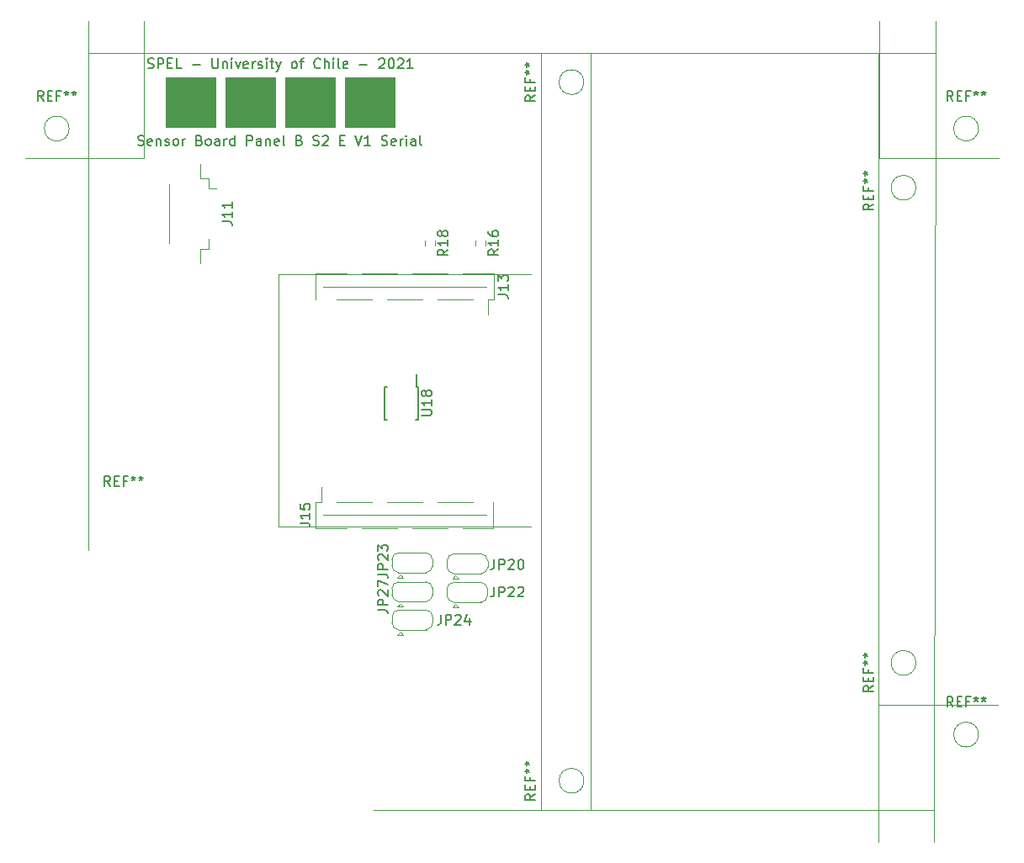
<source format=gbr>
G04 #@! TF.GenerationSoftware,KiCad,Pcbnew,(5.1.2)-2*
G04 #@! TF.CreationDate,2021-09-09T10:29:02-03:00*
G04 #@! TF.ProjectId,MAG_Plus,4d41475f-506c-4757-932e-6b696361645f,rev?*
G04 #@! TF.SameCoordinates,Original*
G04 #@! TF.FileFunction,Legend,Top*
G04 #@! TF.FilePolarity,Positive*
%FSLAX46Y46*%
G04 Gerber Fmt 4.6, Leading zero omitted, Abs format (unit mm)*
G04 Created by KiCad (PCBNEW (5.1.2)-2) date 2021-09-09 10:29:02*
%MOMM*%
%LPD*%
G04 APERTURE LIST*
%ADD10C,0.100000*%
%ADD11C,0.150000*%
%ADD12C,0.120000*%
G04 APERTURE END LIST*
D10*
G36*
X483750000Y-47310000D02*
G01*
X478750000Y-47310000D01*
X478750000Y-42310000D01*
X483750000Y-42310000D01*
X483750000Y-47310000D01*
G37*
X483750000Y-47310000D02*
X478750000Y-47310000D01*
X478750000Y-42310000D01*
X483750000Y-42310000D01*
X483750000Y-47310000D01*
G36*
X489750000Y-47310000D02*
G01*
X484750000Y-47310000D01*
X484750000Y-42310000D01*
X489750000Y-42310000D01*
X489750000Y-47310000D01*
G37*
X489750000Y-47310000D02*
X484750000Y-47310000D01*
X484750000Y-42310000D01*
X489750000Y-42310000D01*
X489750000Y-47310000D01*
G36*
X477750000Y-47310000D02*
G01*
X472750000Y-47310000D01*
X472750000Y-42310000D01*
X477750000Y-42310000D01*
X477750000Y-47310000D01*
G37*
X477750000Y-47310000D02*
X472750000Y-47310000D01*
X472750000Y-42310000D01*
X477750000Y-42310000D01*
X477750000Y-47310000D01*
G36*
X495750000Y-47310000D02*
G01*
X490750000Y-47310000D01*
X490750000Y-42310000D01*
X495750000Y-42310000D01*
X495750000Y-47310000D01*
G37*
X495750000Y-47310000D02*
X490750000Y-47310000D01*
X490750000Y-42310000D01*
X495750000Y-42310000D01*
X495750000Y-47310000D01*
D11*
X470966666Y-41364761D02*
X471109523Y-41412380D01*
X471347619Y-41412380D01*
X471442857Y-41364761D01*
X471490476Y-41317142D01*
X471538095Y-41221904D01*
X471538095Y-41126666D01*
X471490476Y-41031428D01*
X471442857Y-40983809D01*
X471347619Y-40936190D01*
X471157142Y-40888571D01*
X471061904Y-40840952D01*
X471014285Y-40793333D01*
X470966666Y-40698095D01*
X470966666Y-40602857D01*
X471014285Y-40507619D01*
X471061904Y-40460000D01*
X471157142Y-40412380D01*
X471395238Y-40412380D01*
X471538095Y-40460000D01*
X471966666Y-41412380D02*
X471966666Y-40412380D01*
X472347619Y-40412380D01*
X472442857Y-40460000D01*
X472490476Y-40507619D01*
X472538095Y-40602857D01*
X472538095Y-40745714D01*
X472490476Y-40840952D01*
X472442857Y-40888571D01*
X472347619Y-40936190D01*
X471966666Y-40936190D01*
X472966666Y-40888571D02*
X473300000Y-40888571D01*
X473442857Y-41412380D02*
X472966666Y-41412380D01*
X472966666Y-40412380D01*
X473442857Y-40412380D01*
X474347619Y-41412380D02*
X473871428Y-41412380D01*
X473871428Y-40412380D01*
X475442857Y-41031428D02*
X476204761Y-41031428D01*
X477442857Y-40412380D02*
X477442857Y-41221904D01*
X477490476Y-41317142D01*
X477538095Y-41364761D01*
X477633333Y-41412380D01*
X477823809Y-41412380D01*
X477919047Y-41364761D01*
X477966666Y-41317142D01*
X478014285Y-41221904D01*
X478014285Y-40412380D01*
X478490476Y-40745714D02*
X478490476Y-41412380D01*
X478490476Y-40840952D02*
X478538095Y-40793333D01*
X478633333Y-40745714D01*
X478776190Y-40745714D01*
X478871428Y-40793333D01*
X478919047Y-40888571D01*
X478919047Y-41412380D01*
X479395238Y-41412380D02*
X479395238Y-40745714D01*
X479395238Y-40412380D02*
X479347619Y-40460000D01*
X479395238Y-40507619D01*
X479442857Y-40460000D01*
X479395238Y-40412380D01*
X479395238Y-40507619D01*
X479776190Y-40745714D02*
X480014285Y-41412380D01*
X480252380Y-40745714D01*
X481014285Y-41364761D02*
X480919047Y-41412380D01*
X480728571Y-41412380D01*
X480633333Y-41364761D01*
X480585714Y-41269523D01*
X480585714Y-40888571D01*
X480633333Y-40793333D01*
X480728571Y-40745714D01*
X480919047Y-40745714D01*
X481014285Y-40793333D01*
X481061904Y-40888571D01*
X481061904Y-40983809D01*
X480585714Y-41079047D01*
X481490476Y-41412380D02*
X481490476Y-40745714D01*
X481490476Y-40936190D02*
X481538095Y-40840952D01*
X481585714Y-40793333D01*
X481680952Y-40745714D01*
X481776190Y-40745714D01*
X482061904Y-41364761D02*
X482157142Y-41412380D01*
X482347619Y-41412380D01*
X482442857Y-41364761D01*
X482490476Y-41269523D01*
X482490476Y-41221904D01*
X482442857Y-41126666D01*
X482347619Y-41079047D01*
X482204761Y-41079047D01*
X482109523Y-41031428D01*
X482061904Y-40936190D01*
X482061904Y-40888571D01*
X482109523Y-40793333D01*
X482204761Y-40745714D01*
X482347619Y-40745714D01*
X482442857Y-40793333D01*
X482919047Y-41412380D02*
X482919047Y-40745714D01*
X482919047Y-40412380D02*
X482871428Y-40460000D01*
X482919047Y-40507619D01*
X482966666Y-40460000D01*
X482919047Y-40412380D01*
X482919047Y-40507619D01*
X483252380Y-40745714D02*
X483633333Y-40745714D01*
X483395238Y-40412380D02*
X483395238Y-41269523D01*
X483442857Y-41364761D01*
X483538095Y-41412380D01*
X483633333Y-41412380D01*
X483871428Y-40745714D02*
X484109523Y-41412380D01*
X484347619Y-40745714D02*
X484109523Y-41412380D01*
X484014285Y-41650476D01*
X483966666Y-41698095D01*
X483871428Y-41745714D01*
X485633333Y-41412380D02*
X485538095Y-41364761D01*
X485490476Y-41317142D01*
X485442857Y-41221904D01*
X485442857Y-40936190D01*
X485490476Y-40840952D01*
X485538095Y-40793333D01*
X485633333Y-40745714D01*
X485776190Y-40745714D01*
X485871428Y-40793333D01*
X485919047Y-40840952D01*
X485966666Y-40936190D01*
X485966666Y-41221904D01*
X485919047Y-41317142D01*
X485871428Y-41364761D01*
X485776190Y-41412380D01*
X485633333Y-41412380D01*
X486252380Y-40745714D02*
X486633333Y-40745714D01*
X486395238Y-41412380D02*
X486395238Y-40555238D01*
X486442857Y-40460000D01*
X486538095Y-40412380D01*
X486633333Y-40412380D01*
X488299999Y-41317142D02*
X488252380Y-41364761D01*
X488109523Y-41412380D01*
X488014285Y-41412380D01*
X487871428Y-41364761D01*
X487776190Y-41269523D01*
X487728571Y-41174285D01*
X487680952Y-40983809D01*
X487680952Y-40840952D01*
X487728571Y-40650476D01*
X487776190Y-40555238D01*
X487871428Y-40460000D01*
X488014285Y-40412380D01*
X488109523Y-40412380D01*
X488252380Y-40460000D01*
X488299999Y-40507619D01*
X488728571Y-41412380D02*
X488728571Y-40412380D01*
X489157142Y-41412380D02*
X489157142Y-40888571D01*
X489109523Y-40793333D01*
X489014285Y-40745714D01*
X488871428Y-40745714D01*
X488776190Y-40793333D01*
X488728571Y-40840952D01*
X489633333Y-41412380D02*
X489633333Y-40745714D01*
X489633333Y-40412380D02*
X489585714Y-40460000D01*
X489633333Y-40507619D01*
X489680952Y-40460000D01*
X489633333Y-40412380D01*
X489633333Y-40507619D01*
X490252380Y-41412380D02*
X490157142Y-41364761D01*
X490109523Y-41269523D01*
X490109523Y-40412380D01*
X491014285Y-41364761D02*
X490919047Y-41412380D01*
X490728571Y-41412380D01*
X490633333Y-41364761D01*
X490585714Y-41269523D01*
X490585714Y-40888571D01*
X490633333Y-40793333D01*
X490728571Y-40745714D01*
X490919047Y-40745714D01*
X491014285Y-40793333D01*
X491061904Y-40888571D01*
X491061904Y-40983809D01*
X490585714Y-41079047D01*
X492252380Y-41031428D02*
X493014285Y-41031428D01*
X494204761Y-40507619D02*
X494252380Y-40460000D01*
X494347619Y-40412380D01*
X494585714Y-40412380D01*
X494680952Y-40460000D01*
X494728571Y-40507619D01*
X494776190Y-40602857D01*
X494776190Y-40698095D01*
X494728571Y-40840952D01*
X494157142Y-41412380D01*
X494776190Y-41412380D01*
X495395238Y-40412380D02*
X495490476Y-40412380D01*
X495585714Y-40460000D01*
X495633333Y-40507619D01*
X495680952Y-40602857D01*
X495728571Y-40793333D01*
X495728571Y-41031428D01*
X495680952Y-41221904D01*
X495633333Y-41317142D01*
X495585714Y-41364761D01*
X495490476Y-41412380D01*
X495395238Y-41412380D01*
X495299999Y-41364761D01*
X495252380Y-41317142D01*
X495204761Y-41221904D01*
X495157142Y-41031428D01*
X495157142Y-40793333D01*
X495204761Y-40602857D01*
X495252380Y-40507619D01*
X495299999Y-40460000D01*
X495395238Y-40412380D01*
X496109523Y-40507619D02*
X496157142Y-40460000D01*
X496252380Y-40412380D01*
X496490476Y-40412380D01*
X496585714Y-40460000D01*
X496633333Y-40507619D01*
X496680952Y-40602857D01*
X496680952Y-40698095D01*
X496633333Y-40840952D01*
X496061904Y-41412380D01*
X496680952Y-41412380D01*
X497633333Y-41412380D02*
X497061904Y-41412380D01*
X497347619Y-41412380D02*
X497347619Y-40412380D01*
X497252380Y-40555238D01*
X497157142Y-40650476D01*
X497061904Y-40698095D01*
X469961904Y-49114761D02*
X470104761Y-49162380D01*
X470342857Y-49162380D01*
X470438095Y-49114761D01*
X470485714Y-49067142D01*
X470533333Y-48971904D01*
X470533333Y-48876666D01*
X470485714Y-48781428D01*
X470438095Y-48733809D01*
X470342857Y-48686190D01*
X470152380Y-48638571D01*
X470057142Y-48590952D01*
X470009523Y-48543333D01*
X469961904Y-48448095D01*
X469961904Y-48352857D01*
X470009523Y-48257619D01*
X470057142Y-48210000D01*
X470152380Y-48162380D01*
X470390476Y-48162380D01*
X470533333Y-48210000D01*
X471342857Y-49114761D02*
X471247619Y-49162380D01*
X471057142Y-49162380D01*
X470961904Y-49114761D01*
X470914285Y-49019523D01*
X470914285Y-48638571D01*
X470961904Y-48543333D01*
X471057142Y-48495714D01*
X471247619Y-48495714D01*
X471342857Y-48543333D01*
X471390476Y-48638571D01*
X471390476Y-48733809D01*
X470914285Y-48829047D01*
X471819047Y-48495714D02*
X471819047Y-49162380D01*
X471819047Y-48590952D02*
X471866666Y-48543333D01*
X471961904Y-48495714D01*
X472104761Y-48495714D01*
X472200000Y-48543333D01*
X472247619Y-48638571D01*
X472247619Y-49162380D01*
X472676190Y-49114761D02*
X472771428Y-49162380D01*
X472961904Y-49162380D01*
X473057142Y-49114761D01*
X473104761Y-49019523D01*
X473104761Y-48971904D01*
X473057142Y-48876666D01*
X472961904Y-48829047D01*
X472819047Y-48829047D01*
X472723809Y-48781428D01*
X472676190Y-48686190D01*
X472676190Y-48638571D01*
X472723809Y-48543333D01*
X472819047Y-48495714D01*
X472961904Y-48495714D01*
X473057142Y-48543333D01*
X473676190Y-49162380D02*
X473580952Y-49114761D01*
X473533333Y-49067142D01*
X473485714Y-48971904D01*
X473485714Y-48686190D01*
X473533333Y-48590952D01*
X473580952Y-48543333D01*
X473676190Y-48495714D01*
X473819047Y-48495714D01*
X473914285Y-48543333D01*
X473961904Y-48590952D01*
X474009523Y-48686190D01*
X474009523Y-48971904D01*
X473961904Y-49067142D01*
X473914285Y-49114761D01*
X473819047Y-49162380D01*
X473676190Y-49162380D01*
X474438095Y-49162380D02*
X474438095Y-48495714D01*
X474438095Y-48686190D02*
X474485714Y-48590952D01*
X474533333Y-48543333D01*
X474628571Y-48495714D01*
X474723809Y-48495714D01*
X476152380Y-48638571D02*
X476295238Y-48686190D01*
X476342857Y-48733809D01*
X476390476Y-48829047D01*
X476390476Y-48971904D01*
X476342857Y-49067142D01*
X476295238Y-49114761D01*
X476200000Y-49162380D01*
X475819047Y-49162380D01*
X475819047Y-48162380D01*
X476152380Y-48162380D01*
X476247619Y-48210000D01*
X476295238Y-48257619D01*
X476342857Y-48352857D01*
X476342857Y-48448095D01*
X476295238Y-48543333D01*
X476247619Y-48590952D01*
X476152380Y-48638571D01*
X475819047Y-48638571D01*
X476961904Y-49162380D02*
X476866666Y-49114761D01*
X476819047Y-49067142D01*
X476771428Y-48971904D01*
X476771428Y-48686190D01*
X476819047Y-48590952D01*
X476866666Y-48543333D01*
X476961904Y-48495714D01*
X477104761Y-48495714D01*
X477200000Y-48543333D01*
X477247619Y-48590952D01*
X477295238Y-48686190D01*
X477295238Y-48971904D01*
X477247619Y-49067142D01*
X477200000Y-49114761D01*
X477104761Y-49162380D01*
X476961904Y-49162380D01*
X478152380Y-49162380D02*
X478152380Y-48638571D01*
X478104761Y-48543333D01*
X478009523Y-48495714D01*
X477819047Y-48495714D01*
X477723809Y-48543333D01*
X478152380Y-49114761D02*
X478057142Y-49162380D01*
X477819047Y-49162380D01*
X477723809Y-49114761D01*
X477676190Y-49019523D01*
X477676190Y-48924285D01*
X477723809Y-48829047D01*
X477819047Y-48781428D01*
X478057142Y-48781428D01*
X478152380Y-48733809D01*
X478628571Y-49162380D02*
X478628571Y-48495714D01*
X478628571Y-48686190D02*
X478676190Y-48590952D01*
X478723809Y-48543333D01*
X478819047Y-48495714D01*
X478914285Y-48495714D01*
X479676190Y-49162380D02*
X479676190Y-48162380D01*
X479676190Y-49114761D02*
X479580952Y-49162380D01*
X479390476Y-49162380D01*
X479295238Y-49114761D01*
X479247619Y-49067142D01*
X479200000Y-48971904D01*
X479200000Y-48686190D01*
X479247619Y-48590952D01*
X479295238Y-48543333D01*
X479390476Y-48495714D01*
X479580952Y-48495714D01*
X479676190Y-48543333D01*
X480914285Y-49162380D02*
X480914285Y-48162380D01*
X481295238Y-48162380D01*
X481390476Y-48210000D01*
X481438095Y-48257619D01*
X481485714Y-48352857D01*
X481485714Y-48495714D01*
X481438095Y-48590952D01*
X481390476Y-48638571D01*
X481295238Y-48686190D01*
X480914285Y-48686190D01*
X482342857Y-49162380D02*
X482342857Y-48638571D01*
X482295238Y-48543333D01*
X482200000Y-48495714D01*
X482009523Y-48495714D01*
X481914285Y-48543333D01*
X482342857Y-49114761D02*
X482247619Y-49162380D01*
X482009523Y-49162380D01*
X481914285Y-49114761D01*
X481866666Y-49019523D01*
X481866666Y-48924285D01*
X481914285Y-48829047D01*
X482009523Y-48781428D01*
X482247619Y-48781428D01*
X482342857Y-48733809D01*
X482819047Y-48495714D02*
X482819047Y-49162380D01*
X482819047Y-48590952D02*
X482866666Y-48543333D01*
X482961904Y-48495714D01*
X483104761Y-48495714D01*
X483200000Y-48543333D01*
X483247619Y-48638571D01*
X483247619Y-49162380D01*
X484104761Y-49114761D02*
X484009523Y-49162380D01*
X483819047Y-49162380D01*
X483723809Y-49114761D01*
X483676190Y-49019523D01*
X483676190Y-48638571D01*
X483723809Y-48543333D01*
X483819047Y-48495714D01*
X484009523Y-48495714D01*
X484104761Y-48543333D01*
X484152380Y-48638571D01*
X484152380Y-48733809D01*
X483676190Y-48829047D01*
X484723809Y-49162380D02*
X484628571Y-49114761D01*
X484580952Y-49019523D01*
X484580952Y-48162380D01*
X486200000Y-48638571D02*
X486342857Y-48686190D01*
X486390476Y-48733809D01*
X486438095Y-48829047D01*
X486438095Y-48971904D01*
X486390476Y-49067142D01*
X486342857Y-49114761D01*
X486247619Y-49162380D01*
X485866666Y-49162380D01*
X485866666Y-48162380D01*
X486200000Y-48162380D01*
X486295238Y-48210000D01*
X486342857Y-48257619D01*
X486390476Y-48352857D01*
X486390476Y-48448095D01*
X486342857Y-48543333D01*
X486295238Y-48590952D01*
X486200000Y-48638571D01*
X485866666Y-48638571D01*
X487580952Y-49114761D02*
X487723809Y-49162380D01*
X487961904Y-49162380D01*
X488057142Y-49114761D01*
X488104761Y-49067142D01*
X488152380Y-48971904D01*
X488152380Y-48876666D01*
X488104761Y-48781428D01*
X488057142Y-48733809D01*
X487961904Y-48686190D01*
X487771428Y-48638571D01*
X487676190Y-48590952D01*
X487628571Y-48543333D01*
X487580952Y-48448095D01*
X487580952Y-48352857D01*
X487628571Y-48257619D01*
X487676190Y-48210000D01*
X487771428Y-48162380D01*
X488009523Y-48162380D01*
X488152380Y-48210000D01*
X488533333Y-48257619D02*
X488580952Y-48210000D01*
X488676190Y-48162380D01*
X488914285Y-48162380D01*
X489009523Y-48210000D01*
X489057142Y-48257619D01*
X489104761Y-48352857D01*
X489104761Y-48448095D01*
X489057142Y-48590952D01*
X488485714Y-49162380D01*
X489104761Y-49162380D01*
X490295238Y-48638571D02*
X490628571Y-48638571D01*
X490771428Y-49162380D02*
X490295238Y-49162380D01*
X490295238Y-48162380D01*
X490771428Y-48162380D01*
X491819047Y-48162380D02*
X492152380Y-49162380D01*
X492485714Y-48162380D01*
X493342857Y-49162380D02*
X492771428Y-49162380D01*
X493057142Y-49162380D02*
X493057142Y-48162380D01*
X492961904Y-48305238D01*
X492866666Y-48400476D01*
X492771428Y-48448095D01*
X494485714Y-49114761D02*
X494628571Y-49162380D01*
X494866666Y-49162380D01*
X494961904Y-49114761D01*
X495009523Y-49067142D01*
X495057142Y-48971904D01*
X495057142Y-48876666D01*
X495009523Y-48781428D01*
X494961904Y-48733809D01*
X494866666Y-48686190D01*
X494676190Y-48638571D01*
X494580952Y-48590952D01*
X494533333Y-48543333D01*
X494485714Y-48448095D01*
X494485714Y-48352857D01*
X494533333Y-48257619D01*
X494580952Y-48210000D01*
X494676190Y-48162380D01*
X494914285Y-48162380D01*
X495057142Y-48210000D01*
X495866666Y-49114761D02*
X495771428Y-49162380D01*
X495580952Y-49162380D01*
X495485714Y-49114761D01*
X495438095Y-49019523D01*
X495438095Y-48638571D01*
X495485714Y-48543333D01*
X495580952Y-48495714D01*
X495771428Y-48495714D01*
X495866666Y-48543333D01*
X495914285Y-48638571D01*
X495914285Y-48733809D01*
X495438095Y-48829047D01*
X496342857Y-49162380D02*
X496342857Y-48495714D01*
X496342857Y-48686190D02*
X496390476Y-48590952D01*
X496438095Y-48543333D01*
X496533333Y-48495714D01*
X496628571Y-48495714D01*
X496961904Y-49162380D02*
X496961904Y-48495714D01*
X496961904Y-48162380D02*
X496914285Y-48210000D01*
X496961904Y-48257619D01*
X497009523Y-48210000D01*
X496961904Y-48162380D01*
X496961904Y-48257619D01*
X497866666Y-49162380D02*
X497866666Y-48638571D01*
X497819047Y-48543333D01*
X497723809Y-48495714D01*
X497533333Y-48495714D01*
X497438095Y-48543333D01*
X497866666Y-49114761D02*
X497771428Y-49162380D01*
X497533333Y-49162380D01*
X497438095Y-49114761D01*
X497390476Y-49019523D01*
X497390476Y-48924285D01*
X497438095Y-48829047D01*
X497533333Y-48781428D01*
X497771428Y-48781428D01*
X497866666Y-48733809D01*
X498485714Y-49162380D02*
X498390476Y-49114761D01*
X498342857Y-49019523D01*
X498342857Y-48162380D01*
D12*
X493670000Y-116070000D02*
X550090000Y-116070000D01*
X464990000Y-89870000D02*
X464990000Y-36670000D01*
X550190000Y-39870000D02*
X464990000Y-39870000D01*
X550090000Y-119270000D02*
X550190000Y-36670000D01*
X544490000Y-119270000D02*
X544490000Y-105470000D01*
X554540000Y-108470000D02*
G75*
G03X554540000Y-108470000I-1250000J0D01*
G01*
X556490000Y-105470000D02*
X544490000Y-105470000D01*
X556590000Y-50470000D02*
X544590000Y-50470000D01*
X470590000Y-50470000D02*
X470590000Y-36670000D01*
X458590000Y-50470000D02*
X470590000Y-50470000D01*
X544590000Y-36670000D02*
X544590000Y-50470000D01*
X463040000Y-47470000D02*
G75*
G03X463040000Y-47470000I-1250000J0D01*
G01*
X554540000Y-47470000D02*
G75*
G03X554540000Y-47470000I-1250000J0D01*
G01*
X504990000Y-63370000D02*
X488590000Y-63370000D01*
X504989978Y-86370000D02*
X488590000Y-86370000D01*
X510490000Y-39870000D02*
X510490000Y-116070000D01*
X514830000Y-113120000D02*
G75*
G03X514830000Y-113120000I-1250000J0D01*
G01*
X548240000Y-53430000D02*
G75*
G03X548240000Y-53430000I-1250000J0D01*
G01*
X548240000Y-101260000D02*
G75*
G03X548240000Y-101260000I-1250000J0D01*
G01*
X514830007Y-42800000D02*
G75*
G03X514830007Y-42800000I-1250040J0D01*
G01*
X515490000Y-39870000D02*
X515490000Y-116070000D01*
X544490000Y-39870000D02*
X544490000Y-116070000D01*
X509490000Y-62170000D02*
X484090000Y-62170000D01*
X484090000Y-62170000D02*
X484090000Y-87570000D01*
X509490000Y-87570000D02*
X484090000Y-87570000D01*
X496360000Y-95290000D02*
X496660000Y-95590000D01*
X496060000Y-95590000D02*
X496660000Y-95590000D01*
X496360000Y-95290000D02*
X496060000Y-95590000D01*
X495510000Y-94390000D02*
X495510000Y-93790000D01*
X498960000Y-95090000D02*
X496160000Y-95090000D01*
X499610000Y-93790000D02*
X499610000Y-94390000D01*
X496160000Y-93090000D02*
X498960000Y-93090000D01*
X498910000Y-93090000D02*
G75*
G02X499610000Y-93790000I0J-700000D01*
G01*
X499610000Y-94390000D02*
G75*
G02X498910000Y-95090000I-700000J0D01*
G01*
X496210000Y-95090000D02*
G75*
G02X495510000Y-94390000I0J700000D01*
G01*
X495510000Y-93790000D02*
G75*
G02X496210000Y-93090000I700000J0D01*
G01*
X490950000Y-62040000D02*
X487840000Y-62040000D01*
X496030000Y-62040000D02*
X492470000Y-62040000D01*
X501110000Y-62040000D02*
X497550000Y-62040000D01*
X488410000Y-62040000D02*
X487840000Y-62040000D01*
X505740000Y-64700000D02*
X505170000Y-64700000D01*
X505170000Y-64700000D02*
X505170000Y-66220000D01*
X505740000Y-62040000D02*
X502630000Y-62040000D01*
X493490000Y-64700000D02*
X489930000Y-64700000D01*
X498570000Y-64700000D02*
X495010000Y-64700000D01*
X503650000Y-64700000D02*
X500090000Y-64700000D01*
X487840000Y-62040000D02*
X487840000Y-64700000D01*
X505740000Y-62040000D02*
X505740000Y-64700000D01*
X477085000Y-53455000D02*
X477835000Y-53455000D01*
X473085000Y-53055000D02*
X473085000Y-59005000D01*
X476185000Y-52505000D02*
X476185000Y-51005000D01*
X477085000Y-52505000D02*
X476185000Y-52505000D01*
X477085000Y-53455000D02*
X477085000Y-52505000D01*
X476185000Y-59555000D02*
X476185000Y-61055000D01*
X477085000Y-59555000D02*
X476185000Y-59555000D01*
X477085000Y-58605000D02*
X477085000Y-59555000D01*
X501910000Y-92480000D02*
X502210000Y-92780000D01*
X501610000Y-92780000D02*
X502210000Y-92780000D01*
X501910000Y-92480000D02*
X501610000Y-92780000D01*
X501060000Y-91580000D02*
X501060000Y-90980000D01*
X504510000Y-92280000D02*
X501710000Y-92280000D01*
X505160000Y-90980000D02*
X505160000Y-91580000D01*
X501710000Y-90280000D02*
X504510000Y-90280000D01*
X504460000Y-90280000D02*
G75*
G02X505160000Y-90980000I0J-700000D01*
G01*
X505160000Y-91580000D02*
G75*
G02X504460000Y-92280000I-700000J0D01*
G01*
X501760000Y-92280000D02*
G75*
G02X501060000Y-91580000I0J700000D01*
G01*
X501060000Y-90980000D02*
G75*
G02X501760000Y-90280000I700000J0D01*
G01*
X487820000Y-87700000D02*
X487820000Y-85040000D01*
X505720000Y-87700000D02*
X505720000Y-85040000D01*
X489910000Y-85040000D02*
X493470000Y-85040000D01*
X494990000Y-85040000D02*
X498550000Y-85040000D01*
X500070000Y-85040000D02*
X503630000Y-85040000D01*
X487820000Y-87700000D02*
X490930000Y-87700000D01*
X488390000Y-85040000D02*
X488390000Y-83520000D01*
X487820000Y-85040000D02*
X488390000Y-85040000D01*
X505150000Y-87700000D02*
X505720000Y-87700000D01*
X492450000Y-87700000D02*
X496010000Y-87700000D01*
X497530000Y-87700000D02*
X501090000Y-87700000D01*
X502610000Y-87700000D02*
X505720000Y-87700000D01*
D11*
X498120000Y-73435000D02*
X497945000Y-73435000D01*
X498120000Y-76785000D02*
X497870000Y-76785000D01*
X494770000Y-76785000D02*
X495020000Y-76785000D01*
X494770000Y-73435000D02*
X495020000Y-73435000D01*
X498120000Y-73435000D02*
X498120000Y-76785000D01*
X494770000Y-73435000D02*
X494770000Y-76785000D01*
X497945000Y-73435000D02*
X497945000Y-72185000D01*
D12*
X499860000Y-59250000D02*
X499860000Y-58750000D01*
X498800000Y-58750000D02*
X498800000Y-59250000D01*
X503890000Y-58740000D02*
X503890000Y-59240000D01*
X504950000Y-59240000D02*
X504950000Y-58740000D01*
X501040000Y-93850000D02*
G75*
G02X501740000Y-93150000I700000J0D01*
G01*
X501740000Y-95150000D02*
G75*
G02X501040000Y-94450000I0J700000D01*
G01*
X505140000Y-94450000D02*
G75*
G02X504440000Y-95150000I-700000J0D01*
G01*
X504440000Y-93150000D02*
G75*
G02X505140000Y-93850000I0J-700000D01*
G01*
X501690000Y-93150000D02*
X504490000Y-93150000D01*
X505140000Y-93850000D02*
X505140000Y-94450000D01*
X504490000Y-95150000D02*
X501690000Y-95150000D01*
X501040000Y-94450000D02*
X501040000Y-93850000D01*
X501890000Y-95350000D02*
X501590000Y-95650000D01*
X501590000Y-95650000D02*
X502190000Y-95650000D01*
X501890000Y-95350000D02*
X502190000Y-95650000D01*
X495520000Y-96620000D02*
G75*
G02X496220000Y-95920000I700000J0D01*
G01*
X496220000Y-97920000D02*
G75*
G02X495520000Y-97220000I0J700000D01*
G01*
X499620000Y-97220000D02*
G75*
G02X498920000Y-97920000I-700000J0D01*
G01*
X498920000Y-95920000D02*
G75*
G02X499620000Y-96620000I0J-700000D01*
G01*
X496170000Y-95920000D02*
X498970000Y-95920000D01*
X499620000Y-96620000D02*
X499620000Y-97220000D01*
X498970000Y-97920000D02*
X496170000Y-97920000D01*
X495520000Y-97220000D02*
X495520000Y-96620000D01*
X496370000Y-98120000D02*
X496070000Y-98420000D01*
X496070000Y-98420000D02*
X496670000Y-98420000D01*
X496370000Y-98120000D02*
X496670000Y-98420000D01*
X496350000Y-92370000D02*
X496650000Y-92670000D01*
X496050000Y-92670000D02*
X496650000Y-92670000D01*
X496350000Y-92370000D02*
X496050000Y-92670000D01*
X495500000Y-91470000D02*
X495500000Y-90870000D01*
X498950000Y-92170000D02*
X496150000Y-92170000D01*
X499600000Y-90870000D02*
X499600000Y-91470000D01*
X496150000Y-90170000D02*
X498950000Y-90170000D01*
X498900000Y-90170000D02*
G75*
G02X499600000Y-90870000I0J-700000D01*
G01*
X499600000Y-91470000D02*
G75*
G02X498900000Y-92170000I-700000J0D01*
G01*
X496200000Y-92170000D02*
G75*
G02X495500000Y-91470000I0J700000D01*
G01*
X495500000Y-90870000D02*
G75*
G02X496200000Y-90170000I700000J0D01*
G01*
D11*
X467156666Y-83472380D02*
X466823333Y-82996190D01*
X466585238Y-83472380D02*
X466585238Y-82472380D01*
X466966190Y-82472380D01*
X467061428Y-82520000D01*
X467109047Y-82567619D01*
X467156666Y-82662857D01*
X467156666Y-82805714D01*
X467109047Y-82900952D01*
X467061428Y-82948571D01*
X466966190Y-82996190D01*
X466585238Y-82996190D01*
X467585238Y-82948571D02*
X467918571Y-82948571D01*
X468061428Y-83472380D02*
X467585238Y-83472380D01*
X467585238Y-82472380D01*
X468061428Y-82472380D01*
X468823333Y-82948571D02*
X468490000Y-82948571D01*
X468490000Y-83472380D02*
X468490000Y-82472380D01*
X468966190Y-82472380D01*
X469490000Y-82472380D02*
X469490000Y-82710476D01*
X469251904Y-82615238D02*
X469490000Y-82710476D01*
X469728095Y-82615238D01*
X469347142Y-82900952D02*
X469490000Y-82710476D01*
X469632857Y-82900952D01*
X470251904Y-82472380D02*
X470251904Y-82710476D01*
X470013809Y-82615238D02*
X470251904Y-82710476D01*
X470490000Y-82615238D01*
X470109047Y-82900952D02*
X470251904Y-82710476D01*
X470394761Y-82900952D01*
X551956666Y-44672380D02*
X551623333Y-44196190D01*
X551385238Y-44672380D02*
X551385238Y-43672380D01*
X551766190Y-43672380D01*
X551861428Y-43720000D01*
X551909047Y-43767619D01*
X551956666Y-43862857D01*
X551956666Y-44005714D01*
X551909047Y-44100952D01*
X551861428Y-44148571D01*
X551766190Y-44196190D01*
X551385238Y-44196190D01*
X552385238Y-44148571D02*
X552718571Y-44148571D01*
X552861428Y-44672380D02*
X552385238Y-44672380D01*
X552385238Y-43672380D01*
X552861428Y-43672380D01*
X553623333Y-44148571D02*
X553290000Y-44148571D01*
X553290000Y-44672380D02*
X553290000Y-43672380D01*
X553766190Y-43672380D01*
X554290000Y-43672380D02*
X554290000Y-43910476D01*
X554051904Y-43815238D02*
X554290000Y-43910476D01*
X554528095Y-43815238D01*
X554147142Y-44100952D02*
X554290000Y-43910476D01*
X554432857Y-44100952D01*
X555051904Y-43672380D02*
X555051904Y-43910476D01*
X554813809Y-43815238D02*
X555051904Y-43910476D01*
X555290000Y-43815238D01*
X554909047Y-44100952D02*
X555051904Y-43910476D01*
X555194761Y-44100952D01*
X460456666Y-44672380D02*
X460123333Y-44196190D01*
X459885238Y-44672380D02*
X459885238Y-43672380D01*
X460266190Y-43672380D01*
X460361428Y-43720000D01*
X460409047Y-43767619D01*
X460456666Y-43862857D01*
X460456666Y-44005714D01*
X460409047Y-44100952D01*
X460361428Y-44148571D01*
X460266190Y-44196190D01*
X459885238Y-44196190D01*
X460885238Y-44148571D02*
X461218571Y-44148571D01*
X461361428Y-44672380D02*
X460885238Y-44672380D01*
X460885238Y-43672380D01*
X461361428Y-43672380D01*
X462123333Y-44148571D02*
X461790000Y-44148571D01*
X461790000Y-44672380D02*
X461790000Y-43672380D01*
X462266190Y-43672380D01*
X462790000Y-43672380D02*
X462790000Y-43910476D01*
X462551904Y-43815238D02*
X462790000Y-43910476D01*
X463028095Y-43815238D01*
X462647142Y-44100952D02*
X462790000Y-43910476D01*
X462932857Y-44100952D01*
X463551904Y-43672380D02*
X463551904Y-43910476D01*
X463313809Y-43815238D02*
X463551904Y-43910476D01*
X463790000Y-43815238D01*
X463409047Y-44100952D02*
X463551904Y-43910476D01*
X463694761Y-44100952D01*
X551956666Y-105672380D02*
X551623333Y-105196190D01*
X551385238Y-105672380D02*
X551385238Y-104672380D01*
X551766190Y-104672380D01*
X551861428Y-104720000D01*
X551909047Y-104767619D01*
X551956666Y-104862857D01*
X551956666Y-105005714D01*
X551909047Y-105100952D01*
X551861428Y-105148571D01*
X551766190Y-105196190D01*
X551385238Y-105196190D01*
X552385238Y-105148571D02*
X552718571Y-105148571D01*
X552861428Y-105672380D02*
X552385238Y-105672380D01*
X552385238Y-104672380D01*
X552861428Y-104672380D01*
X553623333Y-105148571D02*
X553290000Y-105148571D01*
X553290000Y-105672380D02*
X553290000Y-104672380D01*
X553766190Y-104672380D01*
X554290000Y-104672380D02*
X554290000Y-104910476D01*
X554051904Y-104815238D02*
X554290000Y-104910476D01*
X554528095Y-104815238D01*
X554147142Y-105100952D02*
X554290000Y-104910476D01*
X554432857Y-105100952D01*
X555051904Y-104672380D02*
X555051904Y-104910476D01*
X554813809Y-104815238D02*
X555051904Y-104910476D01*
X555290000Y-104815238D01*
X554909047Y-105100952D02*
X555051904Y-104910476D01*
X555194761Y-105100952D01*
X543942380Y-55063333D02*
X543466190Y-55396666D01*
X543942380Y-55634761D02*
X542942380Y-55634761D01*
X542942380Y-55253809D01*
X542990000Y-55158571D01*
X543037619Y-55110952D01*
X543132857Y-55063333D01*
X543275714Y-55063333D01*
X543370952Y-55110952D01*
X543418571Y-55158571D01*
X543466190Y-55253809D01*
X543466190Y-55634761D01*
X543418571Y-54634761D02*
X543418571Y-54301428D01*
X543942380Y-54158571D02*
X543942380Y-54634761D01*
X542942380Y-54634761D01*
X542942380Y-54158571D01*
X543418571Y-53396666D02*
X543418571Y-53730000D01*
X543942380Y-53730000D02*
X542942380Y-53730000D01*
X542942380Y-53253809D01*
X542942380Y-52730000D02*
X543180476Y-52730000D01*
X543085238Y-52968095D02*
X543180476Y-52730000D01*
X543085238Y-52491904D01*
X543370952Y-52872857D02*
X543180476Y-52730000D01*
X543370952Y-52587142D01*
X542942380Y-51968095D02*
X543180476Y-51968095D01*
X543085238Y-52206190D02*
X543180476Y-51968095D01*
X543085238Y-51730000D01*
X543370952Y-52110952D02*
X543180476Y-51968095D01*
X543370952Y-51825238D01*
X543942380Y-103563333D02*
X543466190Y-103896666D01*
X543942380Y-104134761D02*
X542942380Y-104134761D01*
X542942380Y-103753809D01*
X542990000Y-103658571D01*
X543037619Y-103610952D01*
X543132857Y-103563333D01*
X543275714Y-103563333D01*
X543370952Y-103610952D01*
X543418571Y-103658571D01*
X543466190Y-103753809D01*
X543466190Y-104134761D01*
X543418571Y-103134761D02*
X543418571Y-102801428D01*
X543942380Y-102658571D02*
X543942380Y-103134761D01*
X542942380Y-103134761D01*
X542942380Y-102658571D01*
X543418571Y-101896666D02*
X543418571Y-102230000D01*
X543942380Y-102230000D02*
X542942380Y-102230000D01*
X542942380Y-101753809D01*
X542942380Y-101230000D02*
X543180476Y-101230000D01*
X543085238Y-101468095D02*
X543180476Y-101230000D01*
X543085238Y-100991904D01*
X543370952Y-101372857D02*
X543180476Y-101230000D01*
X543370952Y-101087142D01*
X542942380Y-100468095D02*
X543180476Y-100468095D01*
X543085238Y-100706190D02*
X543180476Y-100468095D01*
X543085238Y-100230000D01*
X543370952Y-100610952D02*
X543180476Y-100468095D01*
X543370952Y-100325238D01*
X509932380Y-44133333D02*
X509456190Y-44466666D01*
X509932380Y-44704761D02*
X508932380Y-44704761D01*
X508932380Y-44323809D01*
X508980000Y-44228571D01*
X509027619Y-44180952D01*
X509122857Y-44133333D01*
X509265714Y-44133333D01*
X509360952Y-44180952D01*
X509408571Y-44228571D01*
X509456190Y-44323809D01*
X509456190Y-44704761D01*
X509408571Y-43704761D02*
X509408571Y-43371428D01*
X509932380Y-43228571D02*
X509932380Y-43704761D01*
X508932380Y-43704761D01*
X508932380Y-43228571D01*
X509408571Y-42466666D02*
X509408571Y-42800000D01*
X509932380Y-42800000D02*
X508932380Y-42800000D01*
X508932380Y-42323809D01*
X508932380Y-41800000D02*
X509170476Y-41800000D01*
X509075238Y-42038095D02*
X509170476Y-41800000D01*
X509075238Y-41561904D01*
X509360952Y-41942857D02*
X509170476Y-41800000D01*
X509360952Y-41657142D01*
X508932380Y-41038095D02*
X509170476Y-41038095D01*
X509075238Y-41276190D02*
X509170476Y-41038095D01*
X509075238Y-40800000D01*
X509360952Y-41180952D02*
X509170476Y-41038095D01*
X509360952Y-40895238D01*
X509932380Y-114463333D02*
X509456190Y-114796666D01*
X509932380Y-115034761D02*
X508932380Y-115034761D01*
X508932380Y-114653809D01*
X508980000Y-114558571D01*
X509027619Y-114510952D01*
X509122857Y-114463333D01*
X509265714Y-114463333D01*
X509360952Y-114510952D01*
X509408571Y-114558571D01*
X509456190Y-114653809D01*
X509456190Y-115034761D01*
X509408571Y-114034761D02*
X509408571Y-113701428D01*
X509932380Y-113558571D02*
X509932380Y-114034761D01*
X508932380Y-114034761D01*
X508932380Y-113558571D01*
X509408571Y-112796666D02*
X509408571Y-113130000D01*
X509932380Y-113130000D02*
X508932380Y-113130000D01*
X508932380Y-112653809D01*
X508932380Y-112130000D02*
X509170476Y-112130000D01*
X509075238Y-112368095D02*
X509170476Y-112130000D01*
X509075238Y-111891904D01*
X509360952Y-112272857D02*
X509170476Y-112130000D01*
X509360952Y-111987142D01*
X508932380Y-111368095D02*
X509170476Y-111368095D01*
X509075238Y-111606190D02*
X509170476Y-111368095D01*
X509075238Y-111130000D01*
X509360952Y-111510952D02*
X509170476Y-111368095D01*
X509360952Y-111225238D01*
X494092380Y-95909523D02*
X494806666Y-95909523D01*
X494949523Y-95957142D01*
X495044761Y-96052380D01*
X495092380Y-96195238D01*
X495092380Y-96290476D01*
X495092380Y-95433333D02*
X494092380Y-95433333D01*
X494092380Y-95052380D01*
X494140000Y-94957142D01*
X494187619Y-94909523D01*
X494282857Y-94861904D01*
X494425714Y-94861904D01*
X494520952Y-94909523D01*
X494568571Y-94957142D01*
X494616190Y-95052380D01*
X494616190Y-95433333D01*
X494187619Y-94480952D02*
X494140000Y-94433333D01*
X494092380Y-94338095D01*
X494092380Y-94100000D01*
X494140000Y-94004761D01*
X494187619Y-93957142D01*
X494282857Y-93909523D01*
X494378095Y-93909523D01*
X494520952Y-93957142D01*
X495092380Y-94528571D01*
X495092380Y-93909523D01*
X494092380Y-93576190D02*
X494092380Y-92909523D01*
X495092380Y-93338095D01*
X506192380Y-64179523D02*
X506906666Y-64179523D01*
X507049523Y-64227142D01*
X507144761Y-64322380D01*
X507192380Y-64465238D01*
X507192380Y-64560476D01*
X507192380Y-63179523D02*
X507192380Y-63750952D01*
X507192380Y-63465238D02*
X506192380Y-63465238D01*
X506335238Y-63560476D01*
X506430476Y-63655714D01*
X506478095Y-63750952D01*
X506192380Y-62846190D02*
X506192380Y-62227142D01*
X506573333Y-62560476D01*
X506573333Y-62417619D01*
X506620952Y-62322380D01*
X506668571Y-62274761D01*
X506763809Y-62227142D01*
X507001904Y-62227142D01*
X507097142Y-62274761D01*
X507144761Y-62322380D01*
X507192380Y-62417619D01*
X507192380Y-62703333D01*
X507144761Y-62798571D01*
X507097142Y-62846190D01*
X478412380Y-56839523D02*
X479126666Y-56839523D01*
X479269523Y-56887142D01*
X479364761Y-56982380D01*
X479412380Y-57125238D01*
X479412380Y-57220476D01*
X479412380Y-55839523D02*
X479412380Y-56410952D01*
X479412380Y-56125238D02*
X478412380Y-56125238D01*
X478555238Y-56220476D01*
X478650476Y-56315714D01*
X478698095Y-56410952D01*
X479412380Y-54887142D02*
X479412380Y-55458571D01*
X479412380Y-55172857D02*
X478412380Y-55172857D01*
X478555238Y-55268095D01*
X478650476Y-55363333D01*
X478698095Y-55458571D01*
X505810476Y-90832380D02*
X505810476Y-91546666D01*
X505762857Y-91689523D01*
X505667619Y-91784761D01*
X505524761Y-91832380D01*
X505429523Y-91832380D01*
X506286666Y-91832380D02*
X506286666Y-90832380D01*
X506667619Y-90832380D01*
X506762857Y-90880000D01*
X506810476Y-90927619D01*
X506858095Y-91022857D01*
X506858095Y-91165714D01*
X506810476Y-91260952D01*
X506762857Y-91308571D01*
X506667619Y-91356190D01*
X506286666Y-91356190D01*
X507239047Y-90927619D02*
X507286666Y-90880000D01*
X507381904Y-90832380D01*
X507620000Y-90832380D01*
X507715238Y-90880000D01*
X507762857Y-90927619D01*
X507810476Y-91022857D01*
X507810476Y-91118095D01*
X507762857Y-91260952D01*
X507191428Y-91832380D01*
X507810476Y-91832380D01*
X508429523Y-90832380D02*
X508524761Y-90832380D01*
X508620000Y-90880000D01*
X508667619Y-90927619D01*
X508715238Y-91022857D01*
X508762857Y-91213333D01*
X508762857Y-91451428D01*
X508715238Y-91641904D01*
X508667619Y-91737142D01*
X508620000Y-91784761D01*
X508524761Y-91832380D01*
X508429523Y-91832380D01*
X508334285Y-91784761D01*
X508286666Y-91737142D01*
X508239047Y-91641904D01*
X508191428Y-91451428D01*
X508191428Y-91213333D01*
X508239047Y-91022857D01*
X508286666Y-90927619D01*
X508334285Y-90880000D01*
X508429523Y-90832380D01*
X486272380Y-87179523D02*
X486986666Y-87179523D01*
X487129523Y-87227142D01*
X487224761Y-87322380D01*
X487272380Y-87465238D01*
X487272380Y-87560476D01*
X487272380Y-86179523D02*
X487272380Y-86750952D01*
X487272380Y-86465238D02*
X486272380Y-86465238D01*
X486415238Y-86560476D01*
X486510476Y-86655714D01*
X486558095Y-86750952D01*
X486272380Y-85274761D02*
X486272380Y-85750952D01*
X486748571Y-85798571D01*
X486700952Y-85750952D01*
X486653333Y-85655714D01*
X486653333Y-85417619D01*
X486700952Y-85322380D01*
X486748571Y-85274761D01*
X486843809Y-85227142D01*
X487081904Y-85227142D01*
X487177142Y-85274761D01*
X487224761Y-85322380D01*
X487272380Y-85417619D01*
X487272380Y-85655714D01*
X487224761Y-85750952D01*
X487177142Y-85798571D01*
X498497380Y-76348095D02*
X499306904Y-76348095D01*
X499402142Y-76300476D01*
X499449761Y-76252857D01*
X499497380Y-76157619D01*
X499497380Y-75967142D01*
X499449761Y-75871904D01*
X499402142Y-75824285D01*
X499306904Y-75776666D01*
X498497380Y-75776666D01*
X499497380Y-74776666D02*
X499497380Y-75348095D01*
X499497380Y-75062380D02*
X498497380Y-75062380D01*
X498640238Y-75157619D01*
X498735476Y-75252857D01*
X498783095Y-75348095D01*
X498925952Y-74205238D02*
X498878333Y-74300476D01*
X498830714Y-74348095D01*
X498735476Y-74395714D01*
X498687857Y-74395714D01*
X498592619Y-74348095D01*
X498545000Y-74300476D01*
X498497380Y-74205238D01*
X498497380Y-74014761D01*
X498545000Y-73919523D01*
X498592619Y-73871904D01*
X498687857Y-73824285D01*
X498735476Y-73824285D01*
X498830714Y-73871904D01*
X498878333Y-73919523D01*
X498925952Y-74014761D01*
X498925952Y-74205238D01*
X498973571Y-74300476D01*
X499021190Y-74348095D01*
X499116428Y-74395714D01*
X499306904Y-74395714D01*
X499402142Y-74348095D01*
X499449761Y-74300476D01*
X499497380Y-74205238D01*
X499497380Y-74014761D01*
X499449761Y-73919523D01*
X499402142Y-73871904D01*
X499306904Y-73824285D01*
X499116428Y-73824285D01*
X499021190Y-73871904D01*
X498973571Y-73919523D01*
X498925952Y-74014761D01*
X501132380Y-59642857D02*
X500656190Y-59976190D01*
X501132380Y-60214285D02*
X500132380Y-60214285D01*
X500132380Y-59833333D01*
X500180000Y-59738095D01*
X500227619Y-59690476D01*
X500322857Y-59642857D01*
X500465714Y-59642857D01*
X500560952Y-59690476D01*
X500608571Y-59738095D01*
X500656190Y-59833333D01*
X500656190Y-60214285D01*
X501132380Y-58690476D02*
X501132380Y-59261904D01*
X501132380Y-58976190D02*
X500132380Y-58976190D01*
X500275238Y-59071428D01*
X500370476Y-59166666D01*
X500418095Y-59261904D01*
X500560952Y-58119047D02*
X500513333Y-58214285D01*
X500465714Y-58261904D01*
X500370476Y-58309523D01*
X500322857Y-58309523D01*
X500227619Y-58261904D01*
X500180000Y-58214285D01*
X500132380Y-58119047D01*
X500132380Y-57928571D01*
X500180000Y-57833333D01*
X500227619Y-57785714D01*
X500322857Y-57738095D01*
X500370476Y-57738095D01*
X500465714Y-57785714D01*
X500513333Y-57833333D01*
X500560952Y-57928571D01*
X500560952Y-58119047D01*
X500608571Y-58214285D01*
X500656190Y-58261904D01*
X500751428Y-58309523D01*
X500941904Y-58309523D01*
X501037142Y-58261904D01*
X501084761Y-58214285D01*
X501132380Y-58119047D01*
X501132380Y-57928571D01*
X501084761Y-57833333D01*
X501037142Y-57785714D01*
X500941904Y-57738095D01*
X500751428Y-57738095D01*
X500656190Y-57785714D01*
X500608571Y-57833333D01*
X500560952Y-57928571D01*
X506222380Y-59632857D02*
X505746190Y-59966190D01*
X506222380Y-60204285D02*
X505222380Y-60204285D01*
X505222380Y-59823333D01*
X505270000Y-59728095D01*
X505317619Y-59680476D01*
X505412857Y-59632857D01*
X505555714Y-59632857D01*
X505650952Y-59680476D01*
X505698571Y-59728095D01*
X505746190Y-59823333D01*
X505746190Y-60204285D01*
X506222380Y-58680476D02*
X506222380Y-59251904D01*
X506222380Y-58966190D02*
X505222380Y-58966190D01*
X505365238Y-59061428D01*
X505460476Y-59156666D01*
X505508095Y-59251904D01*
X505222380Y-57823333D02*
X505222380Y-58013809D01*
X505270000Y-58109047D01*
X505317619Y-58156666D01*
X505460476Y-58251904D01*
X505650952Y-58299523D01*
X506031904Y-58299523D01*
X506127142Y-58251904D01*
X506174761Y-58204285D01*
X506222380Y-58109047D01*
X506222380Y-57918571D01*
X506174761Y-57823333D01*
X506127142Y-57775714D01*
X506031904Y-57728095D01*
X505793809Y-57728095D01*
X505698571Y-57775714D01*
X505650952Y-57823333D01*
X505603333Y-57918571D01*
X505603333Y-58109047D01*
X505650952Y-58204285D01*
X505698571Y-58251904D01*
X505793809Y-58299523D01*
X505810476Y-93592380D02*
X505810476Y-94306666D01*
X505762857Y-94449523D01*
X505667619Y-94544761D01*
X505524761Y-94592380D01*
X505429523Y-94592380D01*
X506286666Y-94592380D02*
X506286666Y-93592380D01*
X506667619Y-93592380D01*
X506762857Y-93640000D01*
X506810476Y-93687619D01*
X506858095Y-93782857D01*
X506858095Y-93925714D01*
X506810476Y-94020952D01*
X506762857Y-94068571D01*
X506667619Y-94116190D01*
X506286666Y-94116190D01*
X507239047Y-93687619D02*
X507286666Y-93640000D01*
X507381904Y-93592380D01*
X507620000Y-93592380D01*
X507715238Y-93640000D01*
X507762857Y-93687619D01*
X507810476Y-93782857D01*
X507810476Y-93878095D01*
X507762857Y-94020952D01*
X507191428Y-94592380D01*
X507810476Y-94592380D01*
X508191428Y-93687619D02*
X508239047Y-93640000D01*
X508334285Y-93592380D01*
X508572380Y-93592380D01*
X508667619Y-93640000D01*
X508715238Y-93687619D01*
X508762857Y-93782857D01*
X508762857Y-93878095D01*
X508715238Y-94020952D01*
X508143809Y-94592380D01*
X508762857Y-94592380D01*
X500450476Y-96402380D02*
X500450476Y-97116666D01*
X500402857Y-97259523D01*
X500307619Y-97354761D01*
X500164761Y-97402380D01*
X500069523Y-97402380D01*
X500926666Y-97402380D02*
X500926666Y-96402380D01*
X501307619Y-96402380D01*
X501402857Y-96450000D01*
X501450476Y-96497619D01*
X501498095Y-96592857D01*
X501498095Y-96735714D01*
X501450476Y-96830952D01*
X501402857Y-96878571D01*
X501307619Y-96926190D01*
X500926666Y-96926190D01*
X501879047Y-96497619D02*
X501926666Y-96450000D01*
X502021904Y-96402380D01*
X502260000Y-96402380D01*
X502355238Y-96450000D01*
X502402857Y-96497619D01*
X502450476Y-96592857D01*
X502450476Y-96688095D01*
X502402857Y-96830952D01*
X501831428Y-97402380D01*
X502450476Y-97402380D01*
X503307619Y-96735714D02*
X503307619Y-97402380D01*
X503069523Y-96354761D02*
X502831428Y-97069047D01*
X503450476Y-97069047D01*
X494112380Y-92319523D02*
X494826666Y-92319523D01*
X494969523Y-92367142D01*
X495064761Y-92462380D01*
X495112380Y-92605238D01*
X495112380Y-92700476D01*
X495112380Y-91843333D02*
X494112380Y-91843333D01*
X494112380Y-91462380D01*
X494160000Y-91367142D01*
X494207619Y-91319523D01*
X494302857Y-91271904D01*
X494445714Y-91271904D01*
X494540952Y-91319523D01*
X494588571Y-91367142D01*
X494636190Y-91462380D01*
X494636190Y-91843333D01*
X494207619Y-90890952D02*
X494160000Y-90843333D01*
X494112380Y-90748095D01*
X494112380Y-90510000D01*
X494160000Y-90414761D01*
X494207619Y-90367142D01*
X494302857Y-90319523D01*
X494398095Y-90319523D01*
X494540952Y-90367142D01*
X495112380Y-90938571D01*
X495112380Y-90319523D01*
X494112380Y-89986190D02*
X494112380Y-89367142D01*
X494493333Y-89700476D01*
X494493333Y-89557619D01*
X494540952Y-89462380D01*
X494588571Y-89414761D01*
X494683809Y-89367142D01*
X494921904Y-89367142D01*
X495017142Y-89414761D01*
X495064761Y-89462380D01*
X495112380Y-89557619D01*
X495112380Y-89843333D01*
X495064761Y-89938571D01*
X495017142Y-89986190D01*
M02*

</source>
